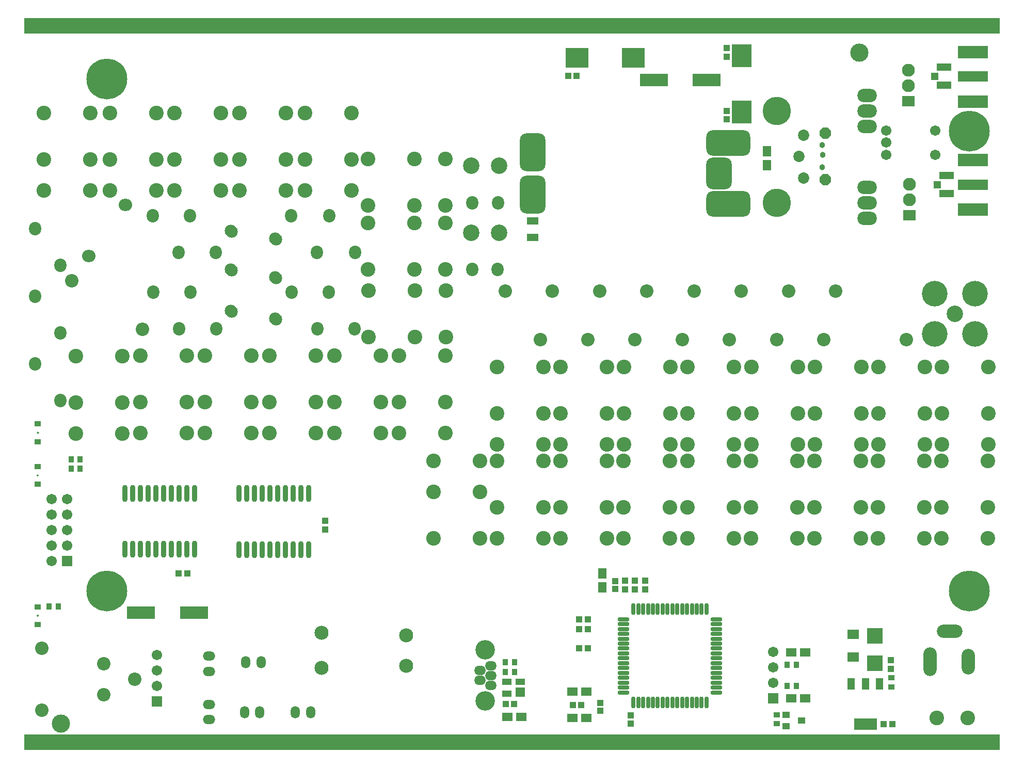
<source format=gts>
G04 Layer_Color=8388736*
%FSLAX25Y25*%
%MOIN*%
G70*
G01*
G75*
%ADD44C,0.01000*%
%ADD120R,6.29921X0.09843*%
%ADD121C,0.11811*%
%ADD122O,0.02965X0.07690*%
%ADD123O,0.07690X0.02965*%
%ADD124R,0.07200X0.06200*%
%ADD125R,0.04934X0.04737*%
%ADD126R,0.09461X0.04934*%
%ADD127R,0.14579X0.07690*%
%ADD128R,0.05131X0.07690*%
%ADD129R,0.05131X0.07690*%
%ADD130R,0.13005X0.14579*%
%ADD131O,0.03556X0.11036*%
%ADD132R,0.03556X0.04343*%
%ADD133R,0.04540X0.04343*%
%ADD134R,0.04540X0.04343*%
%ADD135R,0.04343X0.04343*%
G04:AMPARAMS|DCode=136|XSize=244.22mil|YSize=165.48mil|CornerRadius=43.37mil|HoleSize=0mil|Usage=FLASHONLY|Rotation=90.000|XOffset=0mil|YOffset=0mil|HoleType=Round|Shape=RoundedRectangle|*
%AMROUNDEDRECTD136*
21,1,0.24422,0.07874,0,0,90.0*
21,1,0.15748,0.16548,0,0,90.0*
1,1,0.08674,0.03937,0.07874*
1,1,0.08674,0.03937,-0.07874*
1,1,0.08674,-0.03937,-0.07874*
1,1,0.08674,-0.03937,0.07874*
%
%ADD136ROUNDEDRECTD136*%
G04:AMPARAMS|DCode=137|XSize=283.59mil|YSize=165.48mil|CornerRadius=43.37mil|HoleSize=0mil|Usage=FLASHONLY|Rotation=180.000|XOffset=0mil|YOffset=0mil|HoleType=Round|Shape=RoundedRectangle|*
%AMROUNDEDRECTD137*
21,1,0.28359,0.07874,0,0,180.0*
21,1,0.19685,0.16548,0,0,180.0*
1,1,0.08674,-0.09843,0.03937*
1,1,0.08674,0.09843,0.03937*
1,1,0.08674,0.09843,-0.03937*
1,1,0.08674,-0.09843,-0.03937*
%
%ADD137ROUNDEDRECTD137*%
G04:AMPARAMS|DCode=138|XSize=204.85mil|YSize=165.48mil|CornerRadius=43.37mil|HoleSize=0mil|Usage=FLASHONLY|Rotation=270.000|XOffset=0mil|YOffset=0mil|HoleType=Round|Shape=RoundedRectangle|*
%AMROUNDEDRECTD138*
21,1,0.20485,0.07874,0,0,270.0*
21,1,0.11811,0.16548,0,0,270.0*
1,1,0.08674,-0.03937,-0.05906*
1,1,0.08674,-0.03937,0.05906*
1,1,0.08674,0.03937,0.05906*
1,1,0.08674,0.03937,-0.05906*
%
%ADD138ROUNDEDRECTD138*%
%ADD139R,0.19698X0.08300*%
%ADD140R,0.19698X0.06800*%
%ADD141R,0.09855X0.09855*%
%ADD142R,0.06115X0.04343*%
%ADD143R,0.06115X0.06115*%
%ADD144R,0.03950X0.03556*%
%ADD145R,0.05800X0.06800*%
%ADD146R,0.18123X0.08280*%
%ADD147R,0.04343X0.03950*%
%ADD148R,0.07493X0.05131*%
%ADD149R,0.06800X0.05800*%
%ADD150R,0.03950X0.04343*%
%ADD151R,0.04343X0.03556*%
%ADD152R,0.14579X0.13005*%
%ADD153R,0.06706X0.06706*%
%ADD154C,0.06706*%
%ADD155C,0.08674*%
%ADD156O,0.08674X0.18517*%
%ADD157O,0.08674X0.16548*%
%ADD158O,0.16548X0.08674*%
%ADD159C,0.07300*%
%ADD160P,0.07902X8X112.5*%
%ADD161C,0.09461*%
%ADD162C,0.08300*%
%ADD163R,0.08300X0.06800*%
%ADD164O,0.12611X0.08674*%
%ADD165C,0.18300*%
%ADD166C,0.09068*%
%ADD167O,0.08674X0.07887*%
%ADD168C,0.12611*%
%ADD169O,0.07493X0.06115*%
%ADD170C,0.10642*%
%ADD171C,0.16548*%
%ADD172O,0.07887X0.08674*%
%ADD173O,0.05918X0.07887*%
%ADD174O,0.07887X0.05918*%
%ADD175C,0.26391*%
G04:AMPARAMS|DCode=176|XSize=86.74mil|YSize=78.87mil|CornerRadius=0mil|HoleSize=0mil|Usage=FLASHONLY|Rotation=135.000|XOffset=0mil|YOffset=0mil|HoleType=Round|Shape=Round|*
%AMOVALD176*
21,1,0.00787,0.07887,0.00000,0.00000,135.0*
1,1,0.07887,0.00278,-0.00278*
1,1,0.07887,-0.00278,0.00278*
%
%ADD176OVALD176*%

%ADD177C,0.03800*%
D44*
X8940Y177165D02*
G03*
X8940Y177165I-278J0D01*
G01*
Y86614D02*
G03*
X8940Y86614I-278J0D01*
G01*
X8940Y204724D02*
G03*
X8940Y204724I-278J0D01*
G01*
D120*
X314961Y467520D02*
D03*
Y4921D02*
D03*
D121*
X539173Y450098D02*
D03*
X23524Y16929D02*
D03*
D122*
X393307Y90748D02*
D03*
X396457D02*
D03*
X399606D02*
D03*
X402756D02*
D03*
X405906D02*
D03*
X409055D02*
D03*
X412205D02*
D03*
X415354D02*
D03*
X418504D02*
D03*
X421654D02*
D03*
X424803D02*
D03*
X427953D02*
D03*
X431102D02*
D03*
X434252D02*
D03*
X437402D02*
D03*
X440551D02*
D03*
Y30512D02*
D03*
X437402D02*
D03*
X434252D02*
D03*
X431102D02*
D03*
X427953D02*
D03*
X424803D02*
D03*
X421654D02*
D03*
X418504D02*
D03*
X415354D02*
D03*
X412205D02*
D03*
X409055D02*
D03*
X405906D02*
D03*
X402756D02*
D03*
X399606D02*
D03*
X396457D02*
D03*
X393307D02*
D03*
D123*
X447047Y84252D02*
D03*
Y81102D02*
D03*
Y77953D02*
D03*
Y74803D02*
D03*
Y71654D02*
D03*
Y68504D02*
D03*
Y65354D02*
D03*
Y62205D02*
D03*
Y59055D02*
D03*
Y55906D02*
D03*
Y52756D02*
D03*
Y49606D02*
D03*
Y46457D02*
D03*
Y43307D02*
D03*
Y40157D02*
D03*
Y37008D02*
D03*
X386811D02*
D03*
Y40157D02*
D03*
Y43307D02*
D03*
Y46457D02*
D03*
Y49606D02*
D03*
Y52756D02*
D03*
Y55906D02*
D03*
Y59055D02*
D03*
Y62205D02*
D03*
Y65354D02*
D03*
Y68504D02*
D03*
Y77953D02*
D03*
Y81102D02*
D03*
Y84252D02*
D03*
Y74803D02*
D03*
Y71654D02*
D03*
D124*
X535274Y59920D02*
D03*
Y74520D02*
D03*
D125*
X587796Y434900D02*
D03*
X589596Y365000D02*
D03*
D126*
X593800Y429093D02*
D03*
Y440707D02*
D03*
X595600Y359193D02*
D03*
Y370807D02*
D03*
D127*
X543110Y16437D02*
D03*
D128*
X534055Y42421D02*
D03*
X543110D02*
D03*
D129*
X552165D02*
D03*
D130*
X463386Y448228D02*
D03*
Y411713D02*
D03*
D131*
X183622Y165453D02*
D03*
X178622D02*
D03*
X173622D02*
D03*
X168622D02*
D03*
X163622D02*
D03*
X158622D02*
D03*
X153622D02*
D03*
X148622D02*
D03*
X143622D02*
D03*
X138622D02*
D03*
X183622Y129232D02*
D03*
X178622D02*
D03*
X173622D02*
D03*
X168622D02*
D03*
X163622D02*
D03*
X158622D02*
D03*
X153622D02*
D03*
X148622D02*
D03*
X143622D02*
D03*
X138622D02*
D03*
X64803Y129429D02*
D03*
X69803D02*
D03*
X74803D02*
D03*
X79803D02*
D03*
X84803D02*
D03*
X89803D02*
D03*
X94803D02*
D03*
X99803D02*
D03*
X104803D02*
D03*
X109803D02*
D03*
X64803Y165650D02*
D03*
X69803D02*
D03*
X74803D02*
D03*
X79803D02*
D03*
X84803D02*
D03*
X89803D02*
D03*
X94803D02*
D03*
X99803D02*
D03*
X104803D02*
D03*
X109803D02*
D03*
D132*
X498622Y41339D02*
D03*
X492717D02*
D03*
X21850Y92520D02*
D03*
X15945D02*
D03*
X316529Y50295D02*
D03*
X310624D02*
D03*
X316529Y56595D02*
D03*
X310624D02*
D03*
X498622Y54724D02*
D03*
X492717D02*
D03*
X36024Y181496D02*
D03*
X30118D02*
D03*
X36024Y187402D02*
D03*
X30118D02*
D03*
D133*
X501772Y18898D02*
D03*
X491929Y22638D02*
D03*
D134*
Y15157D02*
D03*
D135*
X381496Y103740D02*
D03*
Y108858D02*
D03*
X372051Y30327D02*
D03*
Y25209D02*
D03*
D136*
X328209Y385937D02*
D03*
Y358378D02*
D03*
D137*
X454587Y391843D02*
D03*
Y352472D02*
D03*
D138*
X448681Y372157D02*
D03*
D139*
X612421Y418666D02*
D03*
Y450666D02*
D03*
Y348752D02*
D03*
Y380752D02*
D03*
D140*
Y434916D02*
D03*
Y365002D02*
D03*
D141*
X549311Y73524D02*
D03*
Y55807D02*
D03*
D142*
X320374Y43799D02*
D03*
X311713D02*
D03*
Y36319D02*
D03*
D143*
X320374Y37106D02*
D03*
D144*
X8661Y182874D02*
D03*
Y171457D02*
D03*
Y92323D02*
D03*
Y80905D02*
D03*
X8661Y199016D02*
D03*
Y210433D02*
D03*
D145*
X373228Y104779D02*
D03*
Y113779D02*
D03*
X479429Y386658D02*
D03*
Y377658D02*
D03*
D146*
X406496Y432677D02*
D03*
X440748D02*
D03*
X75197Y88386D02*
D03*
X109449D02*
D03*
D147*
X453445Y447539D02*
D03*
Y453051D02*
D03*
X387795Y109055D02*
D03*
Y103543D02*
D03*
X400787D02*
D03*
Y109055D02*
D03*
X394095Y103543D02*
D03*
Y109055D02*
D03*
X391500Y16744D02*
D03*
Y22256D02*
D03*
X194398Y147835D02*
D03*
Y142323D02*
D03*
X453445Y412598D02*
D03*
Y407087D02*
D03*
X559744Y57776D02*
D03*
Y52264D02*
D03*
D148*
X328150Y341535D02*
D03*
Y330906D02*
D03*
D149*
X504331Y33071D02*
D03*
X495331D02*
D03*
X363051Y20668D02*
D03*
X354051D02*
D03*
X363051Y37468D02*
D03*
X354051D02*
D03*
X311866Y21161D02*
D03*
X320866D02*
D03*
X504331Y62992D02*
D03*
X495331D02*
D03*
D150*
X354095Y28968D02*
D03*
X359607D02*
D03*
X316332Y29429D02*
D03*
X310820D02*
D03*
X363780Y65354D02*
D03*
X358268D02*
D03*
X99606Y113977D02*
D03*
X105118D02*
D03*
X560433Y16437D02*
D03*
X554921D02*
D03*
X356693Y435039D02*
D03*
X351181D02*
D03*
X358268Y77953D02*
D03*
X363780D02*
D03*
Y84252D02*
D03*
X358268D02*
D03*
D151*
X485827Y22638D02*
D03*
Y16732D02*
D03*
X560039Y46457D02*
D03*
Y40551D02*
D03*
D152*
X393405Y446850D02*
D03*
X356890D02*
D03*
D153*
X27700Y121757D02*
D03*
X483465Y33071D02*
D03*
X85630Y31201D02*
D03*
D154*
X17700Y121757D02*
D03*
X27700Y131757D02*
D03*
X17700D02*
D03*
X27700Y141758D02*
D03*
X17700D02*
D03*
X27700Y151758D02*
D03*
X17700D02*
D03*
X27700Y161758D02*
D03*
X17700D02*
D03*
X556693Y400000D02*
D03*
Y392126D02*
D03*
Y384252D02*
D03*
X588189D02*
D03*
Y400000D02*
D03*
X483465Y63071D02*
D03*
Y53071D02*
D03*
Y43071D02*
D03*
X85630Y41201D02*
D03*
Y51201D02*
D03*
Y61201D02*
D03*
D155*
X11161Y65571D02*
D03*
Y25571D02*
D03*
X51161Y55571D02*
D03*
Y35571D02*
D03*
X71161Y45571D02*
D03*
X569687Y264713D02*
D03*
X524017Y296209D02*
D03*
X310521D02*
D03*
X333356Y264713D02*
D03*
X394355D02*
D03*
X371520Y296209D02*
D03*
X463018D02*
D03*
X485853Y264713D02*
D03*
X432519Y296209D02*
D03*
X455354Y264713D02*
D03*
X402020Y296209D02*
D03*
X424854Y264713D02*
D03*
X341021Y296209D02*
D03*
X363855Y264713D02*
D03*
X76268Y271472D02*
D03*
X30598Y302968D02*
D03*
X493518Y296209D02*
D03*
X516353Y264713D02*
D03*
D156*
X585039Y56693D02*
D03*
D157*
X609449D02*
D03*
D158*
X597638Y76378D02*
D03*
D159*
X503346Y396850D02*
D03*
X500394Y383071D02*
D03*
X503346Y369291D02*
D03*
D160*
X517126Y398071D02*
D03*
Y368071D02*
D03*
D161*
X335200Y197309D02*
D03*
Y247309D02*
D03*
X305200Y197309D02*
D03*
Y217309D02*
D03*
Y247309D02*
D03*
X335200Y217309D02*
D03*
X589213Y20472D02*
D03*
X609213D02*
D03*
X376170Y197309D02*
D03*
Y247309D02*
D03*
X346170Y197309D02*
D03*
Y217309D02*
D03*
Y247309D02*
D03*
X376170Y217309D02*
D03*
X272106Y296639D02*
D03*
X222106D02*
D03*
X272106Y266639D02*
D03*
X252106D02*
D03*
X222106D02*
D03*
X252106Y296639D02*
D03*
X271985Y204466D02*
D03*
Y254466D02*
D03*
X241985Y204466D02*
D03*
Y224465D02*
D03*
Y254466D02*
D03*
X271985Y224465D02*
D03*
X188389Y204466D02*
D03*
Y254466D02*
D03*
X158389Y204466D02*
D03*
Y224465D02*
D03*
Y254466D02*
D03*
X188389Y224465D02*
D03*
X230187Y204466D02*
D03*
Y254466D02*
D03*
X200187Y204466D02*
D03*
Y224465D02*
D03*
Y254466D02*
D03*
X230187Y224465D02*
D03*
X104793Y204466D02*
D03*
Y254466D02*
D03*
X74793Y204466D02*
D03*
Y224465D02*
D03*
Y254466D02*
D03*
X104793Y224465D02*
D03*
X146591Y204466D02*
D03*
Y254466D02*
D03*
X116591Y204466D02*
D03*
Y224465D02*
D03*
Y254466D02*
D03*
X146591Y224465D02*
D03*
X127016Y361039D02*
D03*
Y411039D02*
D03*
X97016Y361039D02*
D03*
Y381039D02*
D03*
Y411039D02*
D03*
X127016Y381039D02*
D03*
X168906Y361039D02*
D03*
Y411039D02*
D03*
X138906Y361039D02*
D03*
Y381039D02*
D03*
Y411039D02*
D03*
X168906Y381039D02*
D03*
X211189Y361039D02*
D03*
Y411039D02*
D03*
X181189Y361039D02*
D03*
Y381039D02*
D03*
Y411039D02*
D03*
X211189Y381039D02*
D03*
X272031Y381425D02*
D03*
X222031D02*
D03*
X272031Y351425D02*
D03*
X252031D02*
D03*
X222031D02*
D03*
X252031Y381425D02*
D03*
X63271Y204288D02*
D03*
Y254288D02*
D03*
X33271Y204288D02*
D03*
Y224288D02*
D03*
Y254288D02*
D03*
X63271Y224288D02*
D03*
X42573Y361088D02*
D03*
Y411088D02*
D03*
X12573Y361088D02*
D03*
Y381088D02*
D03*
Y411088D02*
D03*
X42573Y381088D02*
D03*
X376130Y136565D02*
D03*
Y186565D02*
D03*
X346130Y136565D02*
D03*
Y156565D02*
D03*
Y186565D02*
D03*
X376130Y156565D02*
D03*
X458413Y136565D02*
D03*
Y186565D02*
D03*
X428413Y136565D02*
D03*
Y156565D02*
D03*
Y186565D02*
D03*
X458413Y156565D02*
D03*
X499358Y136565D02*
D03*
Y186565D02*
D03*
X469358Y136565D02*
D03*
Y156565D02*
D03*
Y186565D02*
D03*
X499358Y156565D02*
D03*
X540303Y136565D02*
D03*
Y186565D02*
D03*
X510303Y136565D02*
D03*
Y156565D02*
D03*
Y186565D02*
D03*
X540303Y156565D02*
D03*
X581248Y136565D02*
D03*
Y186565D02*
D03*
X551248Y136565D02*
D03*
Y156565D02*
D03*
Y186565D02*
D03*
X581248Y156565D02*
D03*
X622193Y136565D02*
D03*
Y186565D02*
D03*
X592193Y136565D02*
D03*
Y156565D02*
D03*
Y186565D02*
D03*
X622193Y156565D02*
D03*
X622607Y197309D02*
D03*
Y247309D02*
D03*
X592607Y197309D02*
D03*
Y217309D02*
D03*
Y247309D02*
D03*
X622607Y217309D02*
D03*
X581552Y197309D02*
D03*
Y247309D02*
D03*
X551552Y197309D02*
D03*
Y217309D02*
D03*
Y247309D02*
D03*
X581552Y217309D02*
D03*
X540497Y197309D02*
D03*
Y247309D02*
D03*
X510497Y197309D02*
D03*
Y217309D02*
D03*
Y247309D02*
D03*
X540497Y217309D02*
D03*
X499442Y197309D02*
D03*
Y247309D02*
D03*
X469442Y197309D02*
D03*
Y217309D02*
D03*
Y247309D02*
D03*
X499442Y217309D02*
D03*
X458387Y197309D02*
D03*
Y247309D02*
D03*
X428387Y197309D02*
D03*
Y217309D02*
D03*
Y247309D02*
D03*
X458387Y217309D02*
D03*
X417075Y136565D02*
D03*
Y186565D02*
D03*
X387075Y136565D02*
D03*
Y156565D02*
D03*
Y186565D02*
D03*
X417075Y156565D02*
D03*
X417225Y197309D02*
D03*
Y247309D02*
D03*
X387225Y197309D02*
D03*
Y217309D02*
D03*
Y247309D02*
D03*
X417225Y217309D02*
D03*
X264215Y186609D02*
D03*
Y136609D02*
D03*
X294215Y186609D02*
D03*
Y166609D02*
D03*
Y136609D02*
D03*
X264215Y166609D02*
D03*
X335185Y136565D02*
D03*
Y186565D02*
D03*
X305185Y136565D02*
D03*
Y156565D02*
D03*
Y186565D02*
D03*
X335185Y156565D02*
D03*
X272032Y340100D02*
D03*
X222032D02*
D03*
X272032Y310100D02*
D03*
X252032D02*
D03*
X222032D02*
D03*
X252032Y340100D02*
D03*
X85126Y361039D02*
D03*
Y411039D02*
D03*
X55126Y361039D02*
D03*
Y381039D02*
D03*
Y411039D02*
D03*
X85126Y381039D02*
D03*
D162*
X570866Y438752D02*
D03*
Y428752D02*
D03*
X571654Y355118D02*
D03*
Y365118D02*
D03*
D163*
X570866Y418752D02*
D03*
X571654Y345118D02*
D03*
D164*
X544094Y402362D02*
D03*
Y412362D02*
D03*
Y422362D02*
D03*
Y363307D02*
D03*
Y353307D02*
D03*
Y343307D02*
D03*
D165*
X485761Y412362D02*
D03*
Y353307D02*
D03*
D166*
X191930Y75591D02*
D03*
Y52756D02*
D03*
X246555Y74016D02*
D03*
Y54331D02*
D03*
D167*
X41622Y318716D02*
D03*
X65244Y351787D02*
D03*
D168*
X297638Y64469D02*
D03*
Y31398D02*
D03*
D169*
X301181Y47933D02*
D03*
X301181Y54232D02*
D03*
X301181Y41634D02*
D03*
X294094Y51083D02*
D03*
Y44783D02*
D03*
D170*
X600800Y281672D02*
D03*
X306539Y377157D02*
D03*
X288539D02*
D03*
X288441Y333850D02*
D03*
X306441D02*
D03*
D171*
X587808Y268680D02*
D03*
X613792D02*
D03*
Y294665D02*
D03*
X587808D02*
D03*
D172*
X289272Y353346D02*
D03*
X305807D02*
D03*
X23327Y225492D02*
D03*
X6792Y249114D02*
D03*
X305709Y310039D02*
D03*
X289173D02*
D03*
X196934Y344798D02*
D03*
X213469Y321176D02*
D03*
X213276Y271866D02*
D03*
X196740Y295488D02*
D03*
X172331Y344798D02*
D03*
X188866Y321176D02*
D03*
X189260Y271866D02*
D03*
X172724Y295488D02*
D03*
X106976Y344798D02*
D03*
X123512Y321176D02*
D03*
X123905Y271866D02*
D03*
X107370Y295488D02*
D03*
X82960Y344798D02*
D03*
X99496Y321176D02*
D03*
X99890Y271866D02*
D03*
X83354Y295488D02*
D03*
X23327Y269193D02*
D03*
X6792Y292815D02*
D03*
Y336516D02*
D03*
X23327Y312894D02*
D03*
D173*
X175079Y24300D02*
D03*
X184921D02*
D03*
X142179D02*
D03*
X152021D02*
D03*
X142979Y56600D02*
D03*
X152821D02*
D03*
D174*
X119100Y19379D02*
D03*
Y29221D02*
D03*
Y60421D02*
D03*
Y50579D02*
D03*
D175*
X610236Y102362D02*
D03*
Y399606D02*
D03*
X53150Y433071D02*
D03*
Y102362D02*
D03*
D176*
X162119Y304794D02*
D03*
X133723Y309805D02*
D03*
Y335001D02*
D03*
X162119Y329991D02*
D03*
Y278022D02*
D03*
X133723Y283033D02*
D03*
D177*
X515256Y390354D02*
D03*
Y376181D02*
D03*
X515551Y384252D02*
D03*
M02*

</source>
